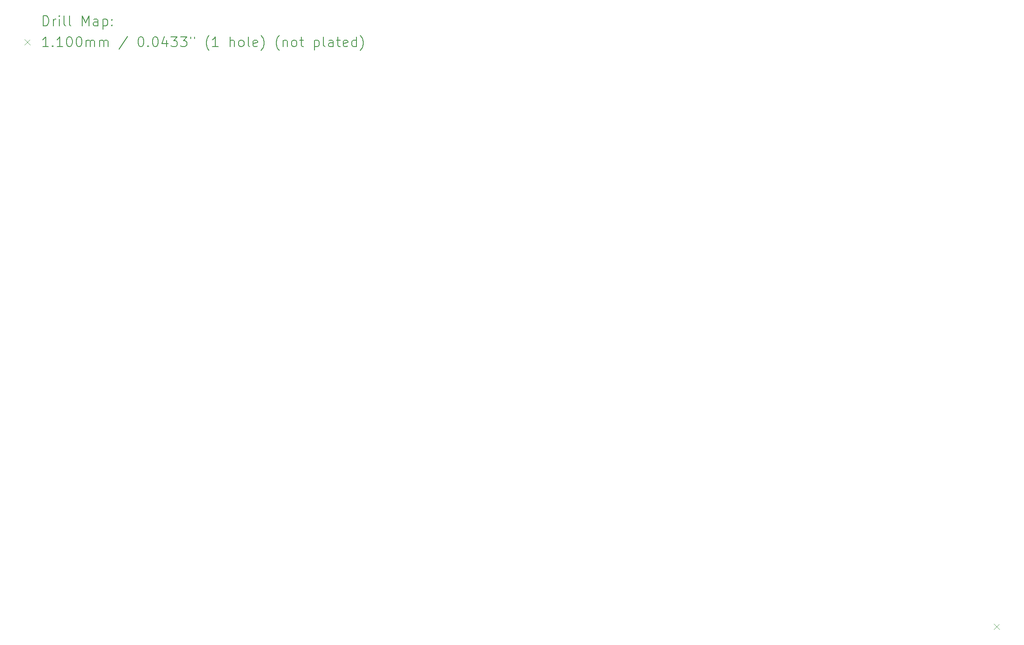
<source format=gbr>
%TF.GenerationSoftware,KiCad,Pcbnew,7.0.7*%
%TF.CreationDate,2023-12-03T21:02:50-03:00*%
%TF.ProjectId,Chocadeira,43686f63-6164-4656-9972-612e6b696361,rev?*%
%TF.SameCoordinates,Original*%
%TF.FileFunction,Drillmap*%
%TF.FilePolarity,Positive*%
%FSLAX45Y45*%
G04 Gerber Fmt 4.5, Leading zero omitted, Abs format (unit mm)*
G04 Created by KiCad (PCBNEW 7.0.7) date 2023-12-03 21:02:50*
%MOMM*%
%LPD*%
G01*
G04 APERTURE LIST*
%ADD10C,0.200000*%
%ADD11C,0.110000*%
G04 APERTURE END LIST*
D10*
D11*
X19249000Y-12276800D02*
X19359000Y-12386800D01*
X19359000Y-12276800D02*
X19249000Y-12386800D01*
D10*
X260777Y-311484D02*
X260777Y-111484D01*
X260777Y-111484D02*
X308396Y-111484D01*
X308396Y-111484D02*
X336967Y-121008D01*
X336967Y-121008D02*
X356015Y-140055D01*
X356015Y-140055D02*
X365539Y-159103D01*
X365539Y-159103D02*
X375062Y-197198D01*
X375062Y-197198D02*
X375062Y-225769D01*
X375062Y-225769D02*
X365539Y-263865D01*
X365539Y-263865D02*
X356015Y-282912D01*
X356015Y-282912D02*
X336967Y-301960D01*
X336967Y-301960D02*
X308396Y-311484D01*
X308396Y-311484D02*
X260777Y-311484D01*
X460777Y-311484D02*
X460777Y-178150D01*
X460777Y-216246D02*
X470301Y-197198D01*
X470301Y-197198D02*
X479824Y-187674D01*
X479824Y-187674D02*
X498872Y-178150D01*
X498872Y-178150D02*
X517920Y-178150D01*
X584586Y-311484D02*
X584586Y-178150D01*
X584586Y-111484D02*
X575063Y-121008D01*
X575063Y-121008D02*
X584586Y-130531D01*
X584586Y-130531D02*
X594110Y-121008D01*
X594110Y-121008D02*
X584586Y-111484D01*
X584586Y-111484D02*
X584586Y-130531D01*
X708396Y-311484D02*
X689348Y-301960D01*
X689348Y-301960D02*
X679824Y-282912D01*
X679824Y-282912D02*
X679824Y-111484D01*
X813158Y-311484D02*
X794110Y-301960D01*
X794110Y-301960D02*
X784586Y-282912D01*
X784586Y-282912D02*
X784586Y-111484D01*
X1041729Y-311484D02*
X1041729Y-111484D01*
X1041729Y-111484D02*
X1108396Y-254341D01*
X1108396Y-254341D02*
X1175063Y-111484D01*
X1175063Y-111484D02*
X1175063Y-311484D01*
X1356015Y-311484D02*
X1356015Y-206722D01*
X1356015Y-206722D02*
X1346491Y-187674D01*
X1346491Y-187674D02*
X1327444Y-178150D01*
X1327444Y-178150D02*
X1289348Y-178150D01*
X1289348Y-178150D02*
X1270301Y-187674D01*
X1356015Y-301960D02*
X1336967Y-311484D01*
X1336967Y-311484D02*
X1289348Y-311484D01*
X1289348Y-311484D02*
X1270301Y-301960D01*
X1270301Y-301960D02*
X1260777Y-282912D01*
X1260777Y-282912D02*
X1260777Y-263865D01*
X1260777Y-263865D02*
X1270301Y-244817D01*
X1270301Y-244817D02*
X1289348Y-235293D01*
X1289348Y-235293D02*
X1336967Y-235293D01*
X1336967Y-235293D02*
X1356015Y-225769D01*
X1451253Y-178150D02*
X1451253Y-378150D01*
X1451253Y-187674D02*
X1470301Y-178150D01*
X1470301Y-178150D02*
X1508396Y-178150D01*
X1508396Y-178150D02*
X1527443Y-187674D01*
X1527443Y-187674D02*
X1536967Y-197198D01*
X1536967Y-197198D02*
X1546491Y-216246D01*
X1546491Y-216246D02*
X1546491Y-273389D01*
X1546491Y-273389D02*
X1536967Y-292436D01*
X1536967Y-292436D02*
X1527443Y-301960D01*
X1527443Y-301960D02*
X1508396Y-311484D01*
X1508396Y-311484D02*
X1470301Y-311484D01*
X1470301Y-311484D02*
X1451253Y-301960D01*
X1632205Y-292436D02*
X1641729Y-301960D01*
X1641729Y-301960D02*
X1632205Y-311484D01*
X1632205Y-311484D02*
X1622682Y-301960D01*
X1622682Y-301960D02*
X1632205Y-292436D01*
X1632205Y-292436D02*
X1632205Y-311484D01*
X1632205Y-187674D02*
X1641729Y-197198D01*
X1641729Y-197198D02*
X1632205Y-206722D01*
X1632205Y-206722D02*
X1622682Y-197198D01*
X1622682Y-197198D02*
X1632205Y-187674D01*
X1632205Y-187674D02*
X1632205Y-206722D01*
D11*
X-110000Y-585000D02*
X0Y-695000D01*
X0Y-585000D02*
X-110000Y-695000D01*
D10*
X365539Y-731484D02*
X251253Y-731484D01*
X308396Y-731484D02*
X308396Y-531484D01*
X308396Y-531484D02*
X289348Y-560055D01*
X289348Y-560055D02*
X270301Y-579103D01*
X270301Y-579103D02*
X251253Y-588627D01*
X451253Y-712436D02*
X460777Y-721960D01*
X460777Y-721960D02*
X451253Y-731484D01*
X451253Y-731484D02*
X441729Y-721960D01*
X441729Y-721960D02*
X451253Y-712436D01*
X451253Y-712436D02*
X451253Y-731484D01*
X651253Y-731484D02*
X536967Y-731484D01*
X594110Y-731484D02*
X594110Y-531484D01*
X594110Y-531484D02*
X575063Y-560055D01*
X575063Y-560055D02*
X556015Y-579103D01*
X556015Y-579103D02*
X536967Y-588627D01*
X775062Y-531484D02*
X794110Y-531484D01*
X794110Y-531484D02*
X813158Y-541008D01*
X813158Y-541008D02*
X822682Y-550531D01*
X822682Y-550531D02*
X832205Y-569579D01*
X832205Y-569579D02*
X841729Y-607674D01*
X841729Y-607674D02*
X841729Y-655293D01*
X841729Y-655293D02*
X832205Y-693389D01*
X832205Y-693389D02*
X822682Y-712436D01*
X822682Y-712436D02*
X813158Y-721960D01*
X813158Y-721960D02*
X794110Y-731484D01*
X794110Y-731484D02*
X775062Y-731484D01*
X775062Y-731484D02*
X756015Y-721960D01*
X756015Y-721960D02*
X746491Y-712436D01*
X746491Y-712436D02*
X736967Y-693389D01*
X736967Y-693389D02*
X727443Y-655293D01*
X727443Y-655293D02*
X727443Y-607674D01*
X727443Y-607674D02*
X736967Y-569579D01*
X736967Y-569579D02*
X746491Y-550531D01*
X746491Y-550531D02*
X756015Y-541008D01*
X756015Y-541008D02*
X775062Y-531484D01*
X965539Y-531484D02*
X984586Y-531484D01*
X984586Y-531484D02*
X1003634Y-541008D01*
X1003634Y-541008D02*
X1013158Y-550531D01*
X1013158Y-550531D02*
X1022682Y-569579D01*
X1022682Y-569579D02*
X1032205Y-607674D01*
X1032205Y-607674D02*
X1032205Y-655293D01*
X1032205Y-655293D02*
X1022682Y-693389D01*
X1022682Y-693389D02*
X1013158Y-712436D01*
X1013158Y-712436D02*
X1003634Y-721960D01*
X1003634Y-721960D02*
X984586Y-731484D01*
X984586Y-731484D02*
X965539Y-731484D01*
X965539Y-731484D02*
X946491Y-721960D01*
X946491Y-721960D02*
X936967Y-712436D01*
X936967Y-712436D02*
X927443Y-693389D01*
X927443Y-693389D02*
X917920Y-655293D01*
X917920Y-655293D02*
X917920Y-607674D01*
X917920Y-607674D02*
X927443Y-569579D01*
X927443Y-569579D02*
X936967Y-550531D01*
X936967Y-550531D02*
X946491Y-541008D01*
X946491Y-541008D02*
X965539Y-531484D01*
X1117920Y-731484D02*
X1117920Y-598150D01*
X1117920Y-617198D02*
X1127444Y-607674D01*
X1127444Y-607674D02*
X1146491Y-598150D01*
X1146491Y-598150D02*
X1175063Y-598150D01*
X1175063Y-598150D02*
X1194110Y-607674D01*
X1194110Y-607674D02*
X1203634Y-626722D01*
X1203634Y-626722D02*
X1203634Y-731484D01*
X1203634Y-626722D02*
X1213158Y-607674D01*
X1213158Y-607674D02*
X1232205Y-598150D01*
X1232205Y-598150D02*
X1260777Y-598150D01*
X1260777Y-598150D02*
X1279825Y-607674D01*
X1279825Y-607674D02*
X1289348Y-626722D01*
X1289348Y-626722D02*
X1289348Y-731484D01*
X1384586Y-731484D02*
X1384586Y-598150D01*
X1384586Y-617198D02*
X1394110Y-607674D01*
X1394110Y-607674D02*
X1413158Y-598150D01*
X1413158Y-598150D02*
X1441729Y-598150D01*
X1441729Y-598150D02*
X1460777Y-607674D01*
X1460777Y-607674D02*
X1470301Y-626722D01*
X1470301Y-626722D02*
X1470301Y-731484D01*
X1470301Y-626722D02*
X1479824Y-607674D01*
X1479824Y-607674D02*
X1498872Y-598150D01*
X1498872Y-598150D02*
X1527443Y-598150D01*
X1527443Y-598150D02*
X1546491Y-607674D01*
X1546491Y-607674D02*
X1556015Y-626722D01*
X1556015Y-626722D02*
X1556015Y-731484D01*
X1946491Y-521960D02*
X1775063Y-779103D01*
X2203634Y-531484D02*
X2222682Y-531484D01*
X2222682Y-531484D02*
X2241729Y-541008D01*
X2241729Y-541008D02*
X2251253Y-550531D01*
X2251253Y-550531D02*
X2260777Y-569579D01*
X2260777Y-569579D02*
X2270301Y-607674D01*
X2270301Y-607674D02*
X2270301Y-655293D01*
X2270301Y-655293D02*
X2260777Y-693389D01*
X2260777Y-693389D02*
X2251253Y-712436D01*
X2251253Y-712436D02*
X2241729Y-721960D01*
X2241729Y-721960D02*
X2222682Y-731484D01*
X2222682Y-731484D02*
X2203634Y-731484D01*
X2203634Y-731484D02*
X2184587Y-721960D01*
X2184587Y-721960D02*
X2175063Y-712436D01*
X2175063Y-712436D02*
X2165539Y-693389D01*
X2165539Y-693389D02*
X2156015Y-655293D01*
X2156015Y-655293D02*
X2156015Y-607674D01*
X2156015Y-607674D02*
X2165539Y-569579D01*
X2165539Y-569579D02*
X2175063Y-550531D01*
X2175063Y-550531D02*
X2184587Y-541008D01*
X2184587Y-541008D02*
X2203634Y-531484D01*
X2356015Y-712436D02*
X2365539Y-721960D01*
X2365539Y-721960D02*
X2356015Y-731484D01*
X2356015Y-731484D02*
X2346491Y-721960D01*
X2346491Y-721960D02*
X2356015Y-712436D01*
X2356015Y-712436D02*
X2356015Y-731484D01*
X2489348Y-531484D02*
X2508396Y-531484D01*
X2508396Y-531484D02*
X2527444Y-541008D01*
X2527444Y-541008D02*
X2536968Y-550531D01*
X2536968Y-550531D02*
X2546491Y-569579D01*
X2546491Y-569579D02*
X2556015Y-607674D01*
X2556015Y-607674D02*
X2556015Y-655293D01*
X2556015Y-655293D02*
X2546491Y-693389D01*
X2546491Y-693389D02*
X2536968Y-712436D01*
X2536968Y-712436D02*
X2527444Y-721960D01*
X2527444Y-721960D02*
X2508396Y-731484D01*
X2508396Y-731484D02*
X2489348Y-731484D01*
X2489348Y-731484D02*
X2470301Y-721960D01*
X2470301Y-721960D02*
X2460777Y-712436D01*
X2460777Y-712436D02*
X2451253Y-693389D01*
X2451253Y-693389D02*
X2441729Y-655293D01*
X2441729Y-655293D02*
X2441729Y-607674D01*
X2441729Y-607674D02*
X2451253Y-569579D01*
X2451253Y-569579D02*
X2460777Y-550531D01*
X2460777Y-550531D02*
X2470301Y-541008D01*
X2470301Y-541008D02*
X2489348Y-531484D01*
X2727444Y-598150D02*
X2727444Y-731484D01*
X2679825Y-521960D02*
X2632206Y-664817D01*
X2632206Y-664817D02*
X2756015Y-664817D01*
X2813158Y-531484D02*
X2936967Y-531484D01*
X2936967Y-531484D02*
X2870301Y-607674D01*
X2870301Y-607674D02*
X2898872Y-607674D01*
X2898872Y-607674D02*
X2917920Y-617198D01*
X2917920Y-617198D02*
X2927444Y-626722D01*
X2927444Y-626722D02*
X2936967Y-645770D01*
X2936967Y-645770D02*
X2936967Y-693389D01*
X2936967Y-693389D02*
X2927444Y-712436D01*
X2927444Y-712436D02*
X2917920Y-721960D01*
X2917920Y-721960D02*
X2898872Y-731484D01*
X2898872Y-731484D02*
X2841729Y-731484D01*
X2841729Y-731484D02*
X2822682Y-721960D01*
X2822682Y-721960D02*
X2813158Y-712436D01*
X3003634Y-531484D02*
X3127444Y-531484D01*
X3127444Y-531484D02*
X3060777Y-607674D01*
X3060777Y-607674D02*
X3089348Y-607674D01*
X3089348Y-607674D02*
X3108396Y-617198D01*
X3108396Y-617198D02*
X3117920Y-626722D01*
X3117920Y-626722D02*
X3127444Y-645770D01*
X3127444Y-645770D02*
X3127444Y-693389D01*
X3127444Y-693389D02*
X3117920Y-712436D01*
X3117920Y-712436D02*
X3108396Y-721960D01*
X3108396Y-721960D02*
X3089348Y-731484D01*
X3089348Y-731484D02*
X3032206Y-731484D01*
X3032206Y-731484D02*
X3013158Y-721960D01*
X3013158Y-721960D02*
X3003634Y-712436D01*
X3203634Y-531484D02*
X3203634Y-569579D01*
X3279825Y-531484D02*
X3279825Y-569579D01*
X3575063Y-807674D02*
X3565539Y-798150D01*
X3565539Y-798150D02*
X3546491Y-769579D01*
X3546491Y-769579D02*
X3536968Y-750531D01*
X3536968Y-750531D02*
X3527444Y-721960D01*
X3527444Y-721960D02*
X3517920Y-674341D01*
X3517920Y-674341D02*
X3517920Y-636246D01*
X3517920Y-636246D02*
X3527444Y-588627D01*
X3527444Y-588627D02*
X3536968Y-560055D01*
X3536968Y-560055D02*
X3546491Y-541008D01*
X3546491Y-541008D02*
X3565539Y-512436D01*
X3565539Y-512436D02*
X3575063Y-502912D01*
X3756015Y-731484D02*
X3641729Y-731484D01*
X3698872Y-731484D02*
X3698872Y-531484D01*
X3698872Y-531484D02*
X3679825Y-560055D01*
X3679825Y-560055D02*
X3660777Y-579103D01*
X3660777Y-579103D02*
X3641729Y-588627D01*
X3994110Y-731484D02*
X3994110Y-531484D01*
X4079825Y-731484D02*
X4079825Y-626722D01*
X4079825Y-626722D02*
X4070301Y-607674D01*
X4070301Y-607674D02*
X4051253Y-598150D01*
X4051253Y-598150D02*
X4022682Y-598150D01*
X4022682Y-598150D02*
X4003634Y-607674D01*
X4003634Y-607674D02*
X3994110Y-617198D01*
X4203634Y-731484D02*
X4184587Y-721960D01*
X4184587Y-721960D02*
X4175063Y-712436D01*
X4175063Y-712436D02*
X4165539Y-693389D01*
X4165539Y-693389D02*
X4165539Y-636246D01*
X4165539Y-636246D02*
X4175063Y-617198D01*
X4175063Y-617198D02*
X4184587Y-607674D01*
X4184587Y-607674D02*
X4203634Y-598150D01*
X4203634Y-598150D02*
X4232206Y-598150D01*
X4232206Y-598150D02*
X4251253Y-607674D01*
X4251253Y-607674D02*
X4260777Y-617198D01*
X4260777Y-617198D02*
X4270301Y-636246D01*
X4270301Y-636246D02*
X4270301Y-693389D01*
X4270301Y-693389D02*
X4260777Y-712436D01*
X4260777Y-712436D02*
X4251253Y-721960D01*
X4251253Y-721960D02*
X4232206Y-731484D01*
X4232206Y-731484D02*
X4203634Y-731484D01*
X4384587Y-731484D02*
X4365539Y-721960D01*
X4365539Y-721960D02*
X4356015Y-702912D01*
X4356015Y-702912D02*
X4356015Y-531484D01*
X4536968Y-721960D02*
X4517920Y-731484D01*
X4517920Y-731484D02*
X4479825Y-731484D01*
X4479825Y-731484D02*
X4460777Y-721960D01*
X4460777Y-721960D02*
X4451253Y-702912D01*
X4451253Y-702912D02*
X4451253Y-626722D01*
X4451253Y-626722D02*
X4460777Y-607674D01*
X4460777Y-607674D02*
X4479825Y-598150D01*
X4479825Y-598150D02*
X4517920Y-598150D01*
X4517920Y-598150D02*
X4536968Y-607674D01*
X4536968Y-607674D02*
X4546492Y-626722D01*
X4546492Y-626722D02*
X4546492Y-645770D01*
X4546492Y-645770D02*
X4451253Y-664817D01*
X4613158Y-807674D02*
X4622682Y-798150D01*
X4622682Y-798150D02*
X4641730Y-769579D01*
X4641730Y-769579D02*
X4651253Y-750531D01*
X4651253Y-750531D02*
X4660777Y-721960D01*
X4660777Y-721960D02*
X4670301Y-674341D01*
X4670301Y-674341D02*
X4670301Y-636246D01*
X4670301Y-636246D02*
X4660777Y-588627D01*
X4660777Y-588627D02*
X4651253Y-560055D01*
X4651253Y-560055D02*
X4641730Y-541008D01*
X4641730Y-541008D02*
X4622682Y-512436D01*
X4622682Y-512436D02*
X4613158Y-502912D01*
X4975063Y-807674D02*
X4965539Y-798150D01*
X4965539Y-798150D02*
X4946492Y-769579D01*
X4946492Y-769579D02*
X4936968Y-750531D01*
X4936968Y-750531D02*
X4927444Y-721960D01*
X4927444Y-721960D02*
X4917920Y-674341D01*
X4917920Y-674341D02*
X4917920Y-636246D01*
X4917920Y-636246D02*
X4927444Y-588627D01*
X4927444Y-588627D02*
X4936968Y-560055D01*
X4936968Y-560055D02*
X4946492Y-541008D01*
X4946492Y-541008D02*
X4965539Y-512436D01*
X4965539Y-512436D02*
X4975063Y-502912D01*
X5051253Y-598150D02*
X5051253Y-731484D01*
X5051253Y-617198D02*
X5060777Y-607674D01*
X5060777Y-607674D02*
X5079825Y-598150D01*
X5079825Y-598150D02*
X5108396Y-598150D01*
X5108396Y-598150D02*
X5127444Y-607674D01*
X5127444Y-607674D02*
X5136968Y-626722D01*
X5136968Y-626722D02*
X5136968Y-731484D01*
X5260777Y-731484D02*
X5241730Y-721960D01*
X5241730Y-721960D02*
X5232206Y-712436D01*
X5232206Y-712436D02*
X5222682Y-693389D01*
X5222682Y-693389D02*
X5222682Y-636246D01*
X5222682Y-636246D02*
X5232206Y-617198D01*
X5232206Y-617198D02*
X5241730Y-607674D01*
X5241730Y-607674D02*
X5260777Y-598150D01*
X5260777Y-598150D02*
X5289349Y-598150D01*
X5289349Y-598150D02*
X5308396Y-607674D01*
X5308396Y-607674D02*
X5317920Y-617198D01*
X5317920Y-617198D02*
X5327444Y-636246D01*
X5327444Y-636246D02*
X5327444Y-693389D01*
X5327444Y-693389D02*
X5317920Y-712436D01*
X5317920Y-712436D02*
X5308396Y-721960D01*
X5308396Y-721960D02*
X5289349Y-731484D01*
X5289349Y-731484D02*
X5260777Y-731484D01*
X5384587Y-598150D02*
X5460777Y-598150D01*
X5413158Y-531484D02*
X5413158Y-702912D01*
X5413158Y-702912D02*
X5422682Y-721960D01*
X5422682Y-721960D02*
X5441730Y-731484D01*
X5441730Y-731484D02*
X5460777Y-731484D01*
X5679825Y-598150D02*
X5679825Y-798150D01*
X5679825Y-607674D02*
X5698872Y-598150D01*
X5698872Y-598150D02*
X5736968Y-598150D01*
X5736968Y-598150D02*
X5756015Y-607674D01*
X5756015Y-607674D02*
X5765539Y-617198D01*
X5765539Y-617198D02*
X5775063Y-636246D01*
X5775063Y-636246D02*
X5775063Y-693389D01*
X5775063Y-693389D02*
X5765539Y-712436D01*
X5765539Y-712436D02*
X5756015Y-721960D01*
X5756015Y-721960D02*
X5736968Y-731484D01*
X5736968Y-731484D02*
X5698872Y-731484D01*
X5698872Y-731484D02*
X5679825Y-721960D01*
X5889349Y-731484D02*
X5870301Y-721960D01*
X5870301Y-721960D02*
X5860777Y-702912D01*
X5860777Y-702912D02*
X5860777Y-531484D01*
X6051253Y-731484D02*
X6051253Y-626722D01*
X6051253Y-626722D02*
X6041730Y-607674D01*
X6041730Y-607674D02*
X6022682Y-598150D01*
X6022682Y-598150D02*
X5984587Y-598150D01*
X5984587Y-598150D02*
X5965539Y-607674D01*
X6051253Y-721960D02*
X6032206Y-731484D01*
X6032206Y-731484D02*
X5984587Y-731484D01*
X5984587Y-731484D02*
X5965539Y-721960D01*
X5965539Y-721960D02*
X5956015Y-702912D01*
X5956015Y-702912D02*
X5956015Y-683865D01*
X5956015Y-683865D02*
X5965539Y-664817D01*
X5965539Y-664817D02*
X5984587Y-655293D01*
X5984587Y-655293D02*
X6032206Y-655293D01*
X6032206Y-655293D02*
X6051253Y-645770D01*
X6117920Y-598150D02*
X6194111Y-598150D01*
X6146492Y-531484D02*
X6146492Y-702912D01*
X6146492Y-702912D02*
X6156015Y-721960D01*
X6156015Y-721960D02*
X6175063Y-731484D01*
X6175063Y-731484D02*
X6194111Y-731484D01*
X6336968Y-721960D02*
X6317920Y-731484D01*
X6317920Y-731484D02*
X6279825Y-731484D01*
X6279825Y-731484D02*
X6260777Y-721960D01*
X6260777Y-721960D02*
X6251253Y-702912D01*
X6251253Y-702912D02*
X6251253Y-626722D01*
X6251253Y-626722D02*
X6260777Y-607674D01*
X6260777Y-607674D02*
X6279825Y-598150D01*
X6279825Y-598150D02*
X6317920Y-598150D01*
X6317920Y-598150D02*
X6336968Y-607674D01*
X6336968Y-607674D02*
X6346492Y-626722D01*
X6346492Y-626722D02*
X6346492Y-645770D01*
X6346492Y-645770D02*
X6251253Y-664817D01*
X6517920Y-731484D02*
X6517920Y-531484D01*
X6517920Y-721960D02*
X6498873Y-731484D01*
X6498873Y-731484D02*
X6460777Y-731484D01*
X6460777Y-731484D02*
X6441730Y-721960D01*
X6441730Y-721960D02*
X6432206Y-712436D01*
X6432206Y-712436D02*
X6422682Y-693389D01*
X6422682Y-693389D02*
X6422682Y-636246D01*
X6422682Y-636246D02*
X6432206Y-617198D01*
X6432206Y-617198D02*
X6441730Y-607674D01*
X6441730Y-607674D02*
X6460777Y-598150D01*
X6460777Y-598150D02*
X6498873Y-598150D01*
X6498873Y-598150D02*
X6517920Y-607674D01*
X6594111Y-807674D02*
X6603634Y-798150D01*
X6603634Y-798150D02*
X6622682Y-769579D01*
X6622682Y-769579D02*
X6632206Y-750531D01*
X6632206Y-750531D02*
X6641730Y-721960D01*
X6641730Y-721960D02*
X6651253Y-674341D01*
X6651253Y-674341D02*
X6651253Y-636246D01*
X6651253Y-636246D02*
X6641730Y-588627D01*
X6641730Y-588627D02*
X6632206Y-560055D01*
X6632206Y-560055D02*
X6622682Y-541008D01*
X6622682Y-541008D02*
X6603634Y-512436D01*
X6603634Y-512436D02*
X6594111Y-502912D01*
M02*

</source>
